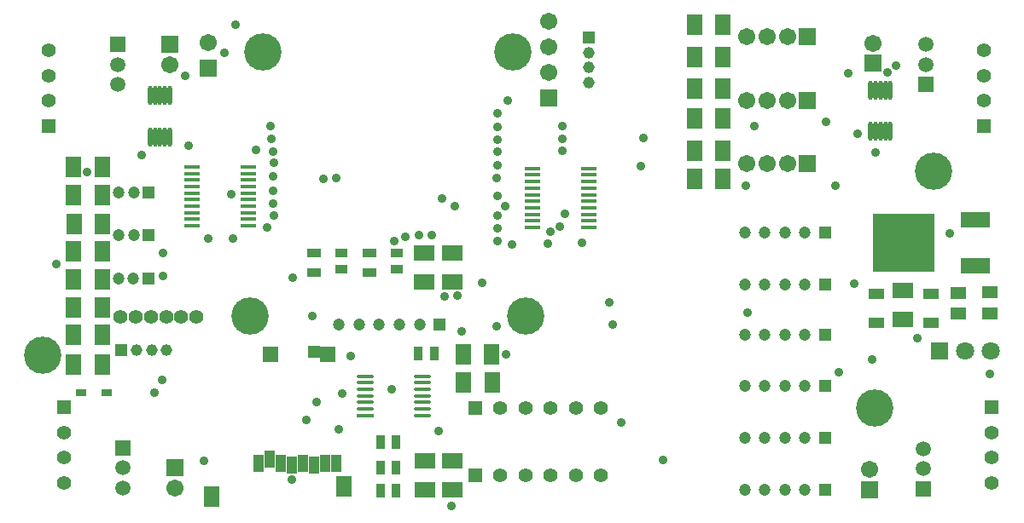
<source format=gbs>
G04*
G04 #@! TF.GenerationSoftware,Altium Limited,Altium Designer,20.2.5 (213)*
G04*
G04 Layer_Color=16711935*
%FSLAX44Y44*%
%MOMM*%
G71*
G04*
G04 #@! TF.SameCoordinates,19D5FE96-1F57-4DB1-9F11-37EF29D1C5BE*
G04*
G04*
G04 #@! TF.FilePolarity,Negative*
G04*
G01*
G75*
%ADD29R,1.5082X1.2065*%
%ADD36R,1.1500X1.1500*%
%ADD43R,1.2000X1.2000*%
%ADD50R,1.5732X2.1132*%
%ADD52R,1.5032X1.3032*%
%ADD63C,1.8032*%
%ADD64R,1.8032X1.8032*%
%ADD65C,1.1500*%
%ADD66C,1.7032*%
%ADD67R,1.7032X1.7032*%
%ADD68C,1.2000*%
%ADD69R,1.7032X1.7032*%
%ADD70C,1.4000*%
%ADD71R,1.4000X1.4000*%
%ADD72C,1.5032*%
%ADD73R,1.5032X1.5032*%
%ADD74R,1.1500X1.1500*%
%ADD75C,1.4112*%
%ADD76R,1.4000X1.4000*%
%ADD77C,3.7032*%
%ADD78C,0.9032*%
%ADD92R,0.9549X1.3562*%
G04:AMPARAMS|DCode=93|XSize=1.6554mm|YSize=0.3808mm|CornerRadius=0.1904mm|HoleSize=0mm|Usage=FLASHONLY|Rotation=0.000|XOffset=0mm|YOffset=0mm|HoleType=Round|Shape=RoundedRectangle|*
%AMROUNDEDRECTD93*
21,1,1.6554,0.0000,0,0,0.0*
21,1,1.2747,0.3808,0,0,0.0*
1,1,0.3808,0.6373,0.0000*
1,1,0.3808,-0.6373,0.0000*
1,1,0.3808,-0.6373,0.0000*
1,1,0.3808,0.6373,0.0000*
%
%ADD93ROUNDEDRECTD93*%
%ADD94R,1.6554X0.3808*%
%ADD99R,1.6000X1.0500*%
%ADD101R,3.0000X1.6000*%
%ADD102R,6.2000X5.8000*%
%ADD104R,1.4500X0.9500*%
%ADD105R,1.2621X0.8081*%
%ADD106R,1.6000X0.3000*%
%ADD107R,2.1132X1.5732*%
%ADD108R,1.0032X1.7032*%
%ADD109R,1.5032X1.6032*%
%ADD110R,1.2032X1.1532*%
%ADD111R,1.6032X2.1032*%
%ADD112R,1.0032X0.8032*%
%ADD113O,0.5032X1.9032*%
D29*
X2927250Y1104000D02*
D03*
Y1082983D02*
D03*
D36*
X2560500Y1357750D02*
D03*
D43*
X2795000Y1164000D02*
D03*
Y959500D02*
D03*
Y1062500D02*
D03*
Y908000D02*
D03*
Y1112500D02*
D03*
Y1011000D02*
D03*
X2124000Y1204000D02*
D03*
Y1161500D02*
D03*
X2123750Y1118500D02*
D03*
X2412500Y1072500D02*
D03*
D50*
X2049080Y1033000D02*
D03*
X2077500D02*
D03*
X2049185Y1145105D02*
D03*
X2077605D02*
D03*
X2049290Y1117000D02*
D03*
X2077710D02*
D03*
X2049080Y1062284D02*
D03*
X2077500D02*
D03*
X2049790Y1172500D02*
D03*
X2078210D02*
D03*
X2049290Y1089630D02*
D03*
X2077710D02*
D03*
X2665143Y1338147D02*
D03*
X2693564D02*
D03*
X2665143Y1307000D02*
D03*
X2693564D02*
D03*
X2665143Y1245000D02*
D03*
X2693564D02*
D03*
X2665143Y1370000D02*
D03*
X2693564D02*
D03*
X2665143Y1277500D02*
D03*
X2693564D02*
D03*
X2665143Y1217500D02*
D03*
X2693564D02*
D03*
X2464210Y1042500D02*
D03*
X2435790D02*
D03*
X2464611Y1014599D02*
D03*
X2436191D02*
D03*
X2049290Y1229000D02*
D03*
X2077710D02*
D03*
X2049290Y1201000D02*
D03*
X2077710D02*
D03*
D52*
X2958000Y1104483D02*
D03*
Y1083484D02*
D03*
D63*
X2959500Y1046500D02*
D03*
X2934100D02*
D03*
D64*
X2908700D02*
D03*
D65*
X2560500Y1312750D02*
D03*
Y1327750D02*
D03*
Y1342750D02*
D03*
X2141742Y1046758D02*
D03*
X2126742D02*
D03*
X2111742D02*
D03*
D66*
X2717500Y1358290D02*
D03*
X2757500D02*
D03*
X2737500D02*
D03*
X2717500Y1295000D02*
D03*
X2757500D02*
D03*
X2737500D02*
D03*
X2717500Y1232750D02*
D03*
X2757500D02*
D03*
X2737500D02*
D03*
X2520812Y1373900D02*
D03*
Y1348500D02*
D03*
Y1323100D02*
D03*
X2182500Y1352900D02*
D03*
X2842250Y1352000D02*
D03*
X2838750Y928500D02*
D03*
X2145000Y1331000D02*
D03*
X2150000Y910000D02*
D03*
D67*
X2777500Y1358290D02*
D03*
Y1295000D02*
D03*
Y1232750D02*
D03*
D68*
X2715000Y1164000D02*
D03*
X2735000D02*
D03*
X2755000D02*
D03*
X2775000D02*
D03*
X2715000Y959500D02*
D03*
X2735000D02*
D03*
X2755000D02*
D03*
X2775000D02*
D03*
X2715000Y1062500D02*
D03*
X2735000D02*
D03*
X2755000D02*
D03*
X2775000D02*
D03*
X2715000Y908000D02*
D03*
X2735000D02*
D03*
X2755000D02*
D03*
X2775000D02*
D03*
X2715000Y1112500D02*
D03*
X2735000D02*
D03*
X2755000D02*
D03*
X2775000D02*
D03*
X2715000Y1011000D02*
D03*
X2735000D02*
D03*
X2755000D02*
D03*
X2775000D02*
D03*
X2094000Y1204000D02*
D03*
X2109000D02*
D03*
X2094000Y1161500D02*
D03*
X2109000D02*
D03*
X2093750Y1118500D02*
D03*
X2108750D02*
D03*
X2312500Y1072500D02*
D03*
X2332500D02*
D03*
X2352500D02*
D03*
X2372500D02*
D03*
X2392500D02*
D03*
D69*
X2520812Y1297700D02*
D03*
X2182500Y1327500D02*
D03*
X2842250Y1332000D02*
D03*
X2838750Y908500D02*
D03*
X2145000Y1351000D02*
D03*
X2150000Y930000D02*
D03*
D70*
X2572500Y988999D02*
D03*
X2547500D02*
D03*
X2522500D02*
D03*
X2497500D02*
D03*
X2472500D02*
D03*
X2572500Y922500D02*
D03*
X2547500D02*
D03*
X2522500D02*
D03*
X2497500D02*
D03*
X2472500D02*
D03*
X2024500Y1295000D02*
D03*
Y1320000D02*
D03*
Y1345000D02*
D03*
X2040000Y965000D02*
D03*
Y940000D02*
D03*
Y915000D02*
D03*
X2960500Y965000D02*
D03*
Y940000D02*
D03*
Y915000D02*
D03*
X2952500Y1295000D02*
D03*
Y1320000D02*
D03*
Y1345000D02*
D03*
D71*
X2447500Y988999D02*
D03*
Y922500D02*
D03*
D72*
X2093000Y1311000D02*
D03*
Y1331000D02*
D03*
X2098000Y910000D02*
D03*
Y930000D02*
D03*
X2892500Y949000D02*
D03*
Y929000D02*
D03*
X2894500Y1351000D02*
D03*
Y1331000D02*
D03*
D73*
X2093000Y1351000D02*
D03*
X2098000Y950000D02*
D03*
X2892500Y909000D02*
D03*
X2894500Y1311000D02*
D03*
D74*
X2096742Y1046758D02*
D03*
D75*
X2096000Y1080000D02*
D03*
X2111000D02*
D03*
X2126000D02*
D03*
X2141000D02*
D03*
X2156000D02*
D03*
X2171000D02*
D03*
D76*
X2024500Y1270000D02*
D03*
X2040000Y990000D02*
D03*
X2960500D02*
D03*
X2952500Y1270000D02*
D03*
D77*
X2902750Y1224750D02*
D03*
X2844000Y989000D02*
D03*
X2019000Y1042000D02*
D03*
X2497500Y1080500D02*
D03*
X2224250D02*
D03*
X2236750Y1343000D02*
D03*
X2485000D02*
D03*
D78*
X2367115Y1155056D02*
D03*
X2309500Y1217750D02*
D03*
X2297500Y1217500D02*
D03*
X2469212Y1217719D02*
D03*
X2808702Y1024601D02*
D03*
X2841750Y1037250D02*
D03*
X2129230Y1005000D02*
D03*
X2520000Y1153000D02*
D03*
X2199190Y1342500D02*
D03*
X2205506Y1202087D02*
D03*
X2241690Y1168500D02*
D03*
X2247700Y1180487D02*
D03*
X2404500Y1161000D02*
D03*
X2391922Y1160922D02*
D03*
X2378863Y1159613D02*
D03*
X2718250Y1084000D02*
D03*
X2411777Y966527D02*
D03*
X2163500Y1250050D02*
D03*
X2958000Y1023000D02*
D03*
X2536650Y1182215D02*
D03*
X2244750Y1269500D02*
D03*
X2245250Y1256750D02*
D03*
X2230000Y1245940D02*
D03*
X2063000Y1224000D02*
D03*
X2417000Y1100000D02*
D03*
X2430000Y1101000D02*
D03*
X2178810Y937000D02*
D03*
X2845000Y1243810D02*
D03*
X2919000Y1163000D02*
D03*
X2856730Y1323000D02*
D03*
X2865000Y1330000D02*
D03*
X2267000Y1119000D02*
D03*
X2286000Y1081000D02*
D03*
X2365000Y1008000D02*
D03*
X2316000Y1004000D02*
D03*
X2324000Y1041000D02*
D03*
X2469000Y1071000D02*
D03*
X2612000Y1230000D02*
D03*
X2531656Y1169384D02*
D03*
X2522451Y1164277D02*
D03*
X2554000Y1153968D02*
D03*
X2796000Y1274000D02*
D03*
X2581000Y1094000D02*
D03*
X2584000Y1072000D02*
D03*
X2312000Y968000D02*
D03*
X2248000Y1233000D02*
D03*
X2247500Y1244000D02*
D03*
X2116738Y1240762D02*
D03*
X2138030Y1121000D02*
D03*
Y1143310D02*
D03*
X2824000Y1113000D02*
D03*
X2886500Y1058710D02*
D03*
X2434000Y1066000D02*
D03*
X2615000Y1258000D02*
D03*
X2534000Y1245000D02*
D03*
X2470000Y1269000D02*
D03*
X2534000Y1257000D02*
D03*
Y1270000D02*
D03*
X2634000Y938000D02*
D03*
X2805000Y1210000D02*
D03*
X2716000D02*
D03*
X2470000Y1256000D02*
D03*
X2480000Y1295000D02*
D03*
X2470000Y1282200D02*
D03*
Y1168000D02*
D03*
X2455000Y1114030D02*
D03*
X2484000Y1152000D02*
D03*
X2478250Y1042500D02*
D03*
X2827000Y1262000D02*
D03*
X2424000Y892000D02*
D03*
X2247500Y1205000D02*
D03*
Y1193000D02*
D03*
Y1220000D02*
D03*
X2592500Y975000D02*
D03*
X2207500Y1157500D02*
D03*
X2182500D02*
D03*
X2427500Y1190000D02*
D03*
X2470000Y1200000D02*
D03*
X2477500Y1190000D02*
D03*
X2470000Y1181000D02*
D03*
X2160000Y1320000D02*
D03*
X2265500Y918000D02*
D03*
X2137500Y1017500D02*
D03*
X2280500Y977500D02*
D03*
X2290000Y995000D02*
D03*
X2032500Y1132500D02*
D03*
X2210000Y1370000D02*
D03*
X2725000Y1270000D02*
D03*
X2470000Y1155000D02*
D03*
X2415000Y1197500D02*
D03*
X2817500Y1322500D02*
D03*
X2470000Y1231000D02*
D03*
Y1244000D02*
D03*
D92*
X2369000Y907500D02*
D03*
X2353487D02*
D03*
Y930250D02*
D03*
X2369000D02*
D03*
X2353994Y955250D02*
D03*
X2369507D02*
D03*
X2391494Y1043250D02*
D03*
X2407007D02*
D03*
D93*
X2395500Y982000D02*
D03*
Y988500D02*
D03*
Y995000D02*
D03*
Y1001500D02*
D03*
Y1008000D02*
D03*
Y1014500D02*
D03*
Y1021000D02*
D03*
X2338992D02*
D03*
Y1014500D02*
D03*
Y1008000D02*
D03*
Y1001500D02*
D03*
Y995000D02*
D03*
Y988500D02*
D03*
D94*
Y982000D02*
D03*
D99*
X2900395Y1073717D02*
D03*
Y1103217D02*
D03*
X2845500D02*
D03*
Y1073717D02*
D03*
D101*
X2943750Y1131150D02*
D03*
Y1176850D02*
D03*
D102*
X2872850Y1154000D02*
D03*
D104*
X2342500Y1143420D02*
D03*
Y1123920D02*
D03*
X2287500Y1143420D02*
D03*
Y1123920D02*
D03*
D105*
X2370000Y1127380D02*
D03*
Y1143420D02*
D03*
X2315000Y1127380D02*
D03*
Y1143420D02*
D03*
D106*
X2223000Y1170500D02*
D03*
Y1177000D02*
D03*
Y1183500D02*
D03*
Y1190000D02*
D03*
Y1196500D02*
D03*
Y1203000D02*
D03*
Y1209500D02*
D03*
Y1216000D02*
D03*
Y1222500D02*
D03*
Y1229000D02*
D03*
X2167000Y1170500D02*
D03*
Y1177000D02*
D03*
Y1183500D02*
D03*
Y1190000D02*
D03*
Y1196500D02*
D03*
Y1203000D02*
D03*
Y1209500D02*
D03*
Y1216000D02*
D03*
Y1222500D02*
D03*
Y1229000D02*
D03*
X2504770Y1227480D02*
D03*
Y1220980D02*
D03*
Y1214480D02*
D03*
Y1207980D02*
D03*
Y1201480D02*
D03*
Y1194980D02*
D03*
Y1188480D02*
D03*
Y1181980D02*
D03*
Y1175480D02*
D03*
Y1168980D02*
D03*
X2560770Y1227480D02*
D03*
Y1220980D02*
D03*
Y1214480D02*
D03*
Y1207980D02*
D03*
Y1201480D02*
D03*
Y1194980D02*
D03*
Y1188480D02*
D03*
Y1181980D02*
D03*
Y1175480D02*
D03*
Y1168980D02*
D03*
D107*
X2425000Y1143420D02*
D03*
Y1115000D02*
D03*
X2397186Y1143491D02*
D03*
Y1115071D02*
D03*
X2872000Y1105834D02*
D03*
Y1077413D02*
D03*
X2424999Y908282D02*
D03*
Y936702D02*
D03*
X2397500Y908282D02*
D03*
Y936702D02*
D03*
D108*
X2309500Y934500D02*
D03*
X2298500D02*
D03*
X2287500Y932500D02*
D03*
X2276500Y934500D02*
D03*
X2265500Y932500D02*
D03*
X2254500Y934500D02*
D03*
X2243500Y938500D02*
D03*
X2232500Y934500D02*
D03*
D109*
X2301400Y1043100D02*
D03*
X2244400D02*
D03*
D110*
X2287500Y1045350D02*
D03*
D111*
X2317400Y911600D02*
D03*
X2185900Y901600D02*
D03*
D112*
X2056900Y1005000D02*
D03*
X2081900D02*
D03*
D113*
X2145000Y1259000D02*
D03*
X2140000D02*
D03*
X2135000D02*
D03*
X2130000D02*
D03*
X2125000D02*
D03*
X2145000Y1300000D02*
D03*
X2140000D02*
D03*
X2135000D02*
D03*
X2130000D02*
D03*
X2125000D02*
D03*
X2859750Y1264500D02*
D03*
X2854750D02*
D03*
X2849750D02*
D03*
X2844750D02*
D03*
X2839750D02*
D03*
X2859750Y1305500D02*
D03*
X2854750D02*
D03*
X2849750D02*
D03*
X2844750D02*
D03*
X2839750D02*
D03*
M02*

</source>
